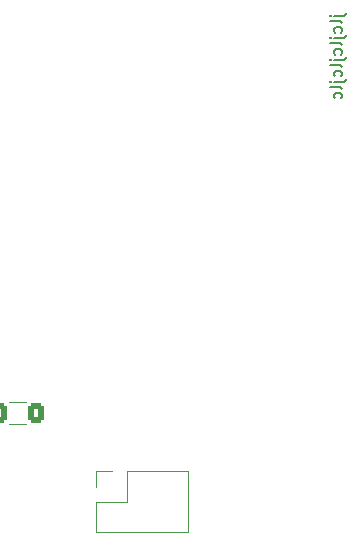
<source format=gbr>
G04 #@! TF.GenerationSoftware,KiCad,Pcbnew,(6.99.0-2452-gdb4f2d9dd8)*
G04 #@! TF.CreationDate,2022-08-02T21:03:54-05:00*
G04 #@! TF.ProjectId,CTCubed,43544375-6265-4642-9e6b-696361645f70,rev?*
G04 #@! TF.SameCoordinates,Original*
G04 #@! TF.FileFunction,Legend,Bot*
G04 #@! TF.FilePolarity,Positive*
%FSLAX46Y46*%
G04 Gerber Fmt 4.6, Leading zero omitted, Abs format (unit mm)*
G04 Created by KiCad (PCBNEW (6.99.0-2452-gdb4f2d9dd8)) date 2022-08-02 21:03:54*
%MOMM*%
%LPD*%
G01*
G04 APERTURE LIST*
G04 Aperture macros list*
%AMRoundRect*
0 Rectangle with rounded corners*
0 $1 Rounding radius*
0 $2 $3 $4 $5 $6 $7 $8 $9 X,Y pos of 4 corners*
0 Add a 4 corners polygon primitive as box body*
4,1,4,$2,$3,$4,$5,$6,$7,$8,$9,$2,$3,0*
0 Add four circle primitives for the rounded corners*
1,1,$1+$1,$2,$3*
1,1,$1+$1,$4,$5*
1,1,$1+$1,$6,$7*
1,1,$1+$1,$8,$9*
0 Add four rect primitives between the rounded corners*
20,1,$1+$1,$2,$3,$4,$5,0*
20,1,$1+$1,$4,$5,$6,$7,0*
20,1,$1+$1,$6,$7,$8,$9,0*
20,1,$1+$1,$8,$9,$2,$3,0*%
G04 Aperture macros list end*
%ADD10C,0.150000*%
%ADD11C,0.120000*%
%ADD12R,1.800000X1.800000*%
%ADD13C,1.800000*%
%ADD14R,1.700000X1.700000*%
%ADD15O,1.700000X1.700000*%
%ADD16RoundRect,0.250000X-0.400000X-0.625000X0.400000X-0.625000X0.400000X0.625000X-0.400000X0.625000X0*%
G04 APERTURE END LIST*
D10*
X165700714Y-54323809D02*
X166557857Y-54323809D01*
X166557857Y-54323809D02*
X166653095Y-54276190D01*
X166653095Y-54276190D02*
X166700714Y-54180952D01*
X166700714Y-54180952D02*
X166700714Y-54133333D01*
X165367380Y-54323809D02*
X165415000Y-54276190D01*
X165415000Y-54276190D02*
X165462619Y-54323809D01*
X165462619Y-54323809D02*
X165415000Y-54371428D01*
X165415000Y-54371428D02*
X165367380Y-54323809D01*
X165367380Y-54323809D02*
X165462619Y-54323809D01*
X166367380Y-54942856D02*
X166319761Y-54847618D01*
X166319761Y-54847618D02*
X166224523Y-54799999D01*
X166224523Y-54799999D02*
X165367380Y-54799999D01*
X166319761Y-55752380D02*
X166367380Y-55657142D01*
X166367380Y-55657142D02*
X166367380Y-55466666D01*
X166367380Y-55466666D02*
X166319761Y-55371428D01*
X166319761Y-55371428D02*
X166272142Y-55323809D01*
X166272142Y-55323809D02*
X166176904Y-55276190D01*
X166176904Y-55276190D02*
X165891190Y-55276190D01*
X165891190Y-55276190D02*
X165795952Y-55323809D01*
X165795952Y-55323809D02*
X165748333Y-55371428D01*
X165748333Y-55371428D02*
X165700714Y-55466666D01*
X165700714Y-55466666D02*
X165700714Y-55657142D01*
X165700714Y-55657142D02*
X165748333Y-55752380D01*
X165700714Y-56180952D02*
X166557857Y-56180952D01*
X166557857Y-56180952D02*
X166653095Y-56133333D01*
X166653095Y-56133333D02*
X166700714Y-56038095D01*
X166700714Y-56038095D02*
X166700714Y-55990476D01*
X165367380Y-56180952D02*
X165415000Y-56133333D01*
X165415000Y-56133333D02*
X165462619Y-56180952D01*
X165462619Y-56180952D02*
X165415000Y-56228571D01*
X165415000Y-56228571D02*
X165367380Y-56180952D01*
X165367380Y-56180952D02*
X165462619Y-56180952D01*
X166367380Y-56799999D02*
X166319761Y-56704761D01*
X166319761Y-56704761D02*
X166224523Y-56657142D01*
X166224523Y-56657142D02*
X165367380Y-56657142D01*
X166319761Y-57609523D02*
X166367380Y-57514285D01*
X166367380Y-57514285D02*
X166367380Y-57323809D01*
X166367380Y-57323809D02*
X166319761Y-57228571D01*
X166319761Y-57228571D02*
X166272142Y-57180952D01*
X166272142Y-57180952D02*
X166176904Y-57133333D01*
X166176904Y-57133333D02*
X165891190Y-57133333D01*
X165891190Y-57133333D02*
X165795952Y-57180952D01*
X165795952Y-57180952D02*
X165748333Y-57228571D01*
X165748333Y-57228571D02*
X165700714Y-57323809D01*
X165700714Y-57323809D02*
X165700714Y-57514285D01*
X165700714Y-57514285D02*
X165748333Y-57609523D01*
X165700714Y-58038095D02*
X166557857Y-58038095D01*
X166557857Y-58038095D02*
X166653095Y-57990476D01*
X166653095Y-57990476D02*
X166700714Y-57895238D01*
X166700714Y-57895238D02*
X166700714Y-57847619D01*
X165367380Y-58038095D02*
X165415000Y-57990476D01*
X165415000Y-57990476D02*
X165462619Y-58038095D01*
X165462619Y-58038095D02*
X165415000Y-58085714D01*
X165415000Y-58085714D02*
X165367380Y-58038095D01*
X165367380Y-58038095D02*
X165462619Y-58038095D01*
X166367380Y-58657142D02*
X166319761Y-58561904D01*
X166319761Y-58561904D02*
X166224523Y-58514285D01*
X166224523Y-58514285D02*
X165367380Y-58514285D01*
X166319761Y-59466666D02*
X166367380Y-59371428D01*
X166367380Y-59371428D02*
X166367380Y-59180952D01*
X166367380Y-59180952D02*
X166319761Y-59085714D01*
X166319761Y-59085714D02*
X166272142Y-59038095D01*
X166272142Y-59038095D02*
X166176904Y-58990476D01*
X166176904Y-58990476D02*
X165891190Y-58990476D01*
X165891190Y-58990476D02*
X165795952Y-59038095D01*
X165795952Y-59038095D02*
X165748333Y-59085714D01*
X165748333Y-59085714D02*
X165700714Y-59180952D01*
X165700714Y-59180952D02*
X165700714Y-59371428D01*
X165700714Y-59371428D02*
X165748333Y-59466666D01*
X165700714Y-59895238D02*
X166557857Y-59895238D01*
X166557857Y-59895238D02*
X166653095Y-59847619D01*
X166653095Y-59847619D02*
X166700714Y-59752381D01*
X166700714Y-59752381D02*
X166700714Y-59704762D01*
X165367380Y-59895238D02*
X165415000Y-59847619D01*
X165415000Y-59847619D02*
X165462619Y-59895238D01*
X165462619Y-59895238D02*
X165415000Y-59942857D01*
X165415000Y-59942857D02*
X165367380Y-59895238D01*
X165367380Y-59895238D02*
X165462619Y-59895238D01*
X166367380Y-60514285D02*
X166319761Y-60419047D01*
X166319761Y-60419047D02*
X166224523Y-60371428D01*
X166224523Y-60371428D02*
X165367380Y-60371428D01*
X166319761Y-61323809D02*
X166367380Y-61228571D01*
X166367380Y-61228571D02*
X166367380Y-61038095D01*
X166367380Y-61038095D02*
X166319761Y-60942857D01*
X166319761Y-60942857D02*
X166272142Y-60895238D01*
X166272142Y-60895238D02*
X166176904Y-60847619D01*
X166176904Y-60847619D02*
X165891190Y-60847619D01*
X165891190Y-60847619D02*
X165795952Y-60895238D01*
X165795952Y-60895238D02*
X165748333Y-60942857D01*
X165748333Y-60942857D02*
X165700714Y-61038095D01*
X165700714Y-61038095D02*
X165700714Y-61228571D01*
X165700714Y-61228571D02*
X165748333Y-61323809D01*
D11*
X153310000Y-92860000D02*
X153310000Y-98060000D01*
X148170000Y-92860000D02*
X153310000Y-92860000D01*
X148170000Y-92860000D02*
X148170000Y-95460000D01*
X146900000Y-92860000D02*
X145570000Y-92860000D01*
X145570000Y-92860000D02*
X145570000Y-94190000D01*
X148170000Y-95460000D02*
X145570000Y-95460000D01*
X145570000Y-95460000D02*
X145570000Y-98060000D01*
X145570000Y-98060000D02*
X153310000Y-98060000D01*
X138192936Y-87060000D02*
X139647064Y-87060000D01*
X138192936Y-88880000D02*
X139647064Y-88880000D01*
%LPC*%
D12*
X128939999Y-96649999D03*
D13*
X128940000Y-94110000D03*
D14*
X146899999Y-94189999D03*
D15*
X146899999Y-96729999D03*
X149439999Y-94189999D03*
X149439999Y-96729999D03*
X151979999Y-94189999D03*
X151979999Y-96729999D03*
D16*
X137370000Y-87970000D03*
X140470000Y-87970000D03*
M02*

</source>
